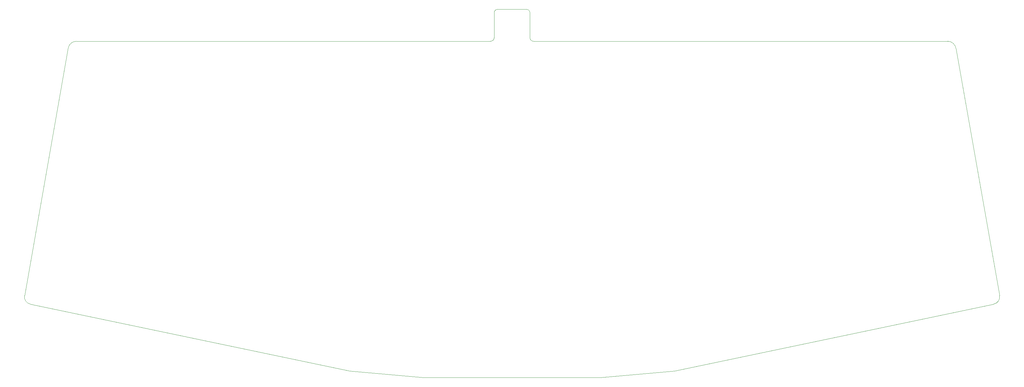
<source format=gm1>
G04 #@! TF.GenerationSoftware,KiCad,Pcbnew,(6.99.0-1912-g359c99991b)*
G04 #@! TF.CreationDate,2022-08-15T14:05:59+07:00*
G04 #@! TF.ProjectId,atreus52,61747265-7573-4353-922e-6b696361645f,1*
G04 #@! TF.SameCoordinates,Original*
G04 #@! TF.FileFunction,Profile,NP*
%FSLAX46Y46*%
G04 Gerber Fmt 4.6, Leading zero omitted, Abs format (unit mm)*
G04 Created by KiCad (PCBNEW (6.99.0-1912-g359c99991b)) date 2022-08-15 14:05:59*
%MOMM*%
%LPD*%
G01*
G04 APERTURE LIST*
G04 #@! TA.AperFunction,Profile*
%ADD10C,0.100000*%
G04 #@! TD*
G04 APERTURE END LIST*
D10*
X0Y-72501716D02*
X12430657Y-2001308D01*
X133800000Y1000000D02*
X133800000Y8100000D01*
X132800000Y0D02*
G75*
G03*
X133800000Y1000000I0J1000000D01*
G01*
X132800000Y0D02*
X14783533Y0D01*
X134800000Y9100000D02*
X143000000Y9100000D01*
X144000000Y8100000D02*
G75*
G03*
X143000000Y9100000I-1000000J0D01*
G01*
X265366904Y-2046589D02*
X277788105Y-72501716D01*
X113653555Y-95890982D02*
X92634552Y-94000000D01*
X164134552Y-95890982D02*
X113653555Y-95890982D01*
X265366831Y-2046599D02*
G75*
G03*
X263052313Y-1I-2359831J-336701D01*
G01*
X92634552Y-94000000D02*
X1648394Y-74923177D01*
X145000000Y0D02*
X263052313Y0D01*
X1Y-72501716D02*
G75*
G03*
X1648394Y-74923176I1999134J-410899D01*
G01*
X276139704Y-74923135D02*
G75*
G03*
X277788104Y-72501716I-350704J2010535D01*
G01*
X14783533Y-4D02*
G75*
G03*
X12430658Y-2001308I587J-2384446D01*
G01*
X144000000Y1000000D02*
G75*
G03*
X145000000Y0I1000000J0D01*
G01*
X276139711Y-74923177D02*
X185153553Y-94000000D01*
X144000000Y8100000D02*
X144000000Y1000000D01*
X185153553Y-94000000D02*
X164134552Y-95890982D01*
X134800000Y9100000D02*
G75*
G03*
X133800000Y8100000I0J-1000000D01*
G01*
M02*

</source>
